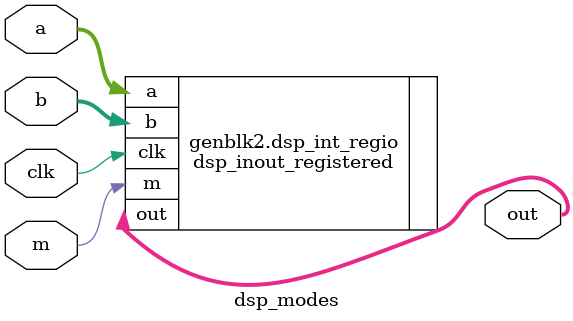
<source format=v>
`include "../dsp_combinational/dsp_combinational.sim.v"
`include "../dsp_inout_registered/dsp_inout_registered.sim.v"

/* DSP Block with register on both the inputs and the output */
(* MODES="REGISTERED_NONE; REGISTERED_IN; REGISTERED_OUT; REGISTERED_INOUT; REGISTERED_PARTIAL" *)
module dsp_modes (clk, a, b, m, out);
	localparam DATA_WIDTH = 64;

	parameter MODE = "REGISTERED_INOUT";

	input wire clk;
	input wire [DATA_WIDTH/2-1:0] a;
	input wire [DATA_WIDTH/2-1:0] b;
	input wire m;
	output wire [DATA_WIDTH-1:0] out;

	/* Register modes */
	generate
		if (MODE == "REGISTERED_NONE") begin
			dsp_combinational dsp_int_comb (.clk(clk), .a(a), .b(b), .m(m), .out(out));
		end if (MODE == "REGISTERED_INOUT") begin
			dsp_inout_registered dsp_int_regio (.clk(clk), .a(a), .b(b), .m(m), .out(out));
/* FIXME: dsp_(in|out)_registered is currently disabled.
		end if (MODE == "REGISTERED_IN") begin
			dsp_in_registered dsp_int_regi (.clk(clk), .a(a), .b(b), .m(m), .out(out));
		end if (MODE == "REGISTERED_OUT") begin
			dsp_out_registered dsp_int_rego (.clk(clk), .a(a), .b(b), .m(m), .out(out));
		end if (MODE == "REGISTERED_PARTIAL") begin
			dsp_partial_registered dsp_int_part (.clk(clk), .a(a), .b(b), .m(m), .out(out));
*/
		end
	endgenerate
endmodule

</source>
